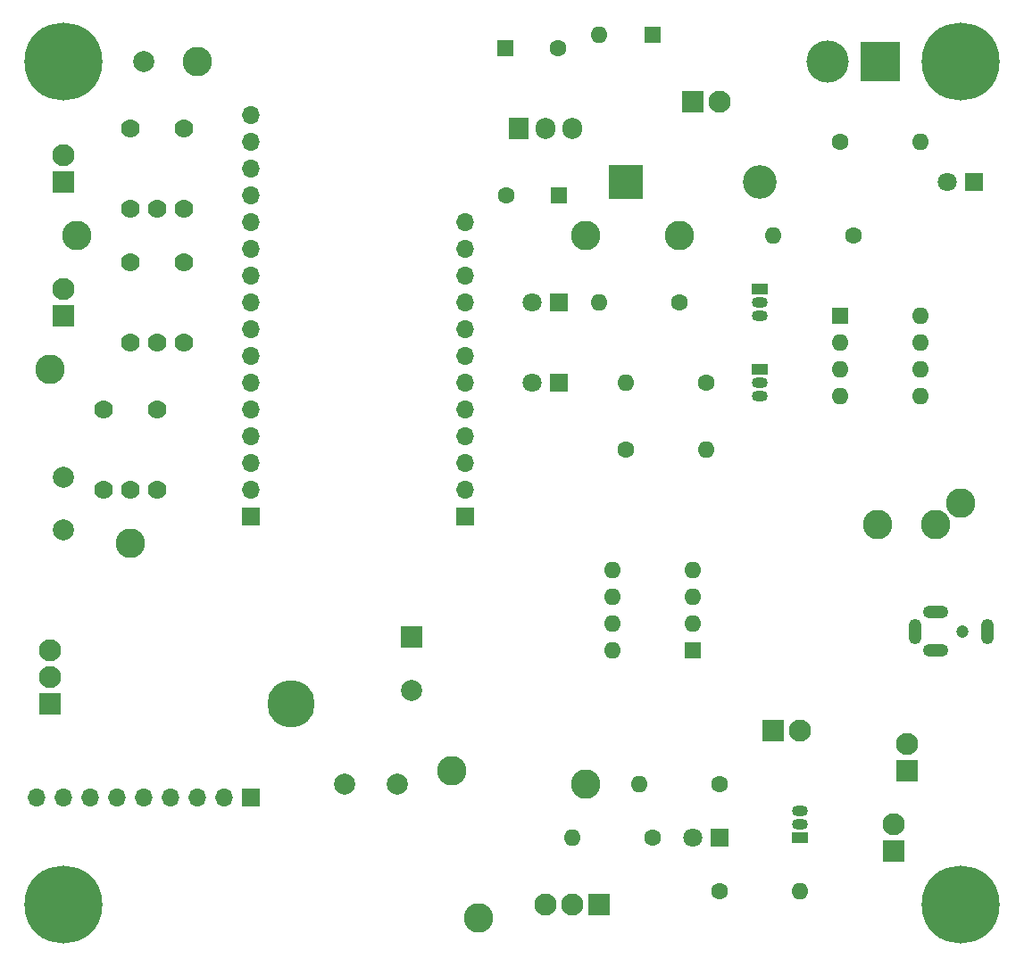
<source format=gbr>
G04 #@! TF.GenerationSoftware,KiCad,Pcbnew,(5.1.4)-1*
G04 #@! TF.CreationDate,2020-01-26T21:52:07-05:00*
G04 #@! TF.ProjectId,CameraTrigger,43616d65-7261-4547-9269-676765722e6b,rev?*
G04 #@! TF.SameCoordinates,Original*
G04 #@! TF.FileFunction,Soldermask,Bot*
G04 #@! TF.FilePolarity,Negative*
%FSLAX46Y46*%
G04 Gerber Fmt 4.6, Leading zero omitted, Abs format (unit mm)*
G04 Created by KiCad (PCBNEW (5.1.4)-1) date 2020-01-26 21:52:07*
%MOMM*%
%LPD*%
G04 APERTURE LIST*
%ADD10C,2.000000*%
%ADD11C,1.778000*%
%ADD12C,4.000000*%
%ADD13R,3.800000X3.800000*%
%ADD14C,4.500000*%
%ADD15O,1.600000X1.600000*%
%ADD16C,1.600000*%
%ADD17C,1.800000*%
%ADD18R,1.800000X1.800000*%
%ADD19O,1.700000X1.700000*%
%ADD20R,1.700000X1.700000*%
%ADD21R,1.600000X1.600000*%
%ADD22O,1.208000X2.416000*%
%ADD23O,2.416000X1.208000*%
%ADD24C,1.200000*%
%ADD25C,2.800000*%
%ADD26C,2.100000*%
%ADD27R,2.100000X2.100000*%
%ADD28O,1.905000X2.000000*%
%ADD29R,1.905000X2.000000*%
%ADD30R,1.500000X1.050000*%
%ADD31O,1.500000X1.050000*%
%ADD32C,7.400000*%
%ADD33O,3.200000X3.200000*%
%ADD34R,3.200000X3.200000*%
%ADD35R,2.000000X2.000000*%
G04 APERTURE END LIST*
D10*
X21590000Y-57230000D03*
X21590000Y-62230000D03*
X53260000Y-86360000D03*
X48260000Y-86360000D03*
D11*
X27940000Y-31750000D03*
X30480000Y-31750000D03*
X33020000Y-31750000D03*
X33020000Y-24130000D03*
X27940000Y-24130000D03*
X27940000Y-44450000D03*
X30480000Y-44450000D03*
X33020000Y-44450000D03*
X33020000Y-36830000D03*
X27940000Y-36830000D03*
D12*
X94060000Y-17780000D03*
D13*
X99060000Y-17780000D03*
D14*
X43180000Y-78740000D03*
D15*
X91440000Y-96520000D03*
D16*
X83820000Y-96520000D03*
D17*
X81280000Y-91440000D03*
D18*
X83820000Y-91440000D03*
D19*
X39370000Y-22860000D03*
X39370000Y-25400000D03*
X39370000Y-27940000D03*
X39370000Y-30480000D03*
X39370000Y-33020000D03*
X39370000Y-35560000D03*
X39370000Y-38100000D03*
X39370000Y-40640000D03*
X39370000Y-43180000D03*
X39370000Y-45720000D03*
X39370000Y-48260000D03*
X39370000Y-50800000D03*
X39370000Y-53340000D03*
X39370000Y-55880000D03*
X39370000Y-58420000D03*
D20*
X39370000Y-60960000D03*
D21*
X77470000Y-15240000D03*
D15*
X72390000Y-15240000D03*
D22*
X102320000Y-71810000D03*
D23*
X104320000Y-73660000D03*
X104320000Y-69960000D03*
D22*
X109220000Y-71810000D03*
D24*
X106820000Y-71810000D03*
D25*
X80010000Y-34290000D03*
D26*
X83820000Y-21590000D03*
D27*
X81280000Y-21590000D03*
D26*
X91440000Y-81280000D03*
D27*
X88900000Y-81280000D03*
D15*
X102870000Y-41910000D03*
X95250000Y-49530000D03*
X102870000Y-44450000D03*
X95250000Y-46990000D03*
X102870000Y-46990000D03*
X95250000Y-44450000D03*
X102870000Y-49530000D03*
D21*
X95250000Y-41910000D03*
D15*
X73660000Y-73660000D03*
X81280000Y-66040000D03*
X73660000Y-71120000D03*
X81280000Y-68580000D03*
X73660000Y-68580000D03*
X81280000Y-71120000D03*
X73660000Y-66040000D03*
D21*
X81280000Y-73660000D03*
D28*
X69850000Y-24130000D03*
X67310000Y-24130000D03*
D29*
X64770000Y-24130000D03*
D25*
X58420000Y-85090000D03*
X27940000Y-63500000D03*
X20320000Y-46990000D03*
X22860000Y-34290000D03*
X34290000Y-17780000D03*
X71120000Y-34290000D03*
X71120000Y-86360000D03*
X60960000Y-99060000D03*
D11*
X25400000Y-58420000D03*
X27940000Y-58420000D03*
X30480000Y-58420000D03*
X30480000Y-50800000D03*
X25400000Y-50800000D03*
D15*
X82550000Y-54610000D03*
D16*
X74930000Y-54610000D03*
D15*
X88900000Y-34290000D03*
D16*
X96520000Y-34290000D03*
D15*
X72390000Y-40640000D03*
D16*
X80010000Y-40640000D03*
D15*
X102870000Y-25400000D03*
D16*
X95250000Y-25400000D03*
D15*
X76200000Y-86360000D03*
D16*
X83820000Y-86360000D03*
D15*
X74930000Y-48260000D03*
D16*
X82550000Y-48260000D03*
D15*
X69850000Y-91440000D03*
D16*
X77470000Y-91440000D03*
D30*
X87630000Y-46990000D03*
D31*
X87630000Y-49530000D03*
X87630000Y-48260000D03*
D30*
X87630000Y-39370000D03*
D31*
X87630000Y-41910000D03*
X87630000Y-40640000D03*
D30*
X91440000Y-91440000D03*
D31*
X91440000Y-88900000D03*
X91440000Y-90170000D03*
D19*
X19050000Y-87630000D03*
X21590000Y-87630000D03*
X24130000Y-87630000D03*
X26670000Y-87630000D03*
X29210000Y-87630000D03*
X31750000Y-87630000D03*
X34290000Y-87630000D03*
X36830000Y-87630000D03*
D20*
X39370000Y-87630000D03*
D19*
X59690000Y-33020000D03*
X59690000Y-35560000D03*
X59690000Y-38100000D03*
X59690000Y-40640000D03*
X59690000Y-43180000D03*
X59690000Y-45720000D03*
X59690000Y-48260000D03*
X59690000Y-50800000D03*
X59690000Y-53340000D03*
X59690000Y-55880000D03*
X59690000Y-58420000D03*
D20*
X59690000Y-60960000D03*
D26*
X21590000Y-39370000D03*
D27*
X21590000Y-41910000D03*
D26*
X21590000Y-26670000D03*
D27*
X21590000Y-29210000D03*
D26*
X67310000Y-97790000D03*
X69850000Y-97790000D03*
D27*
X72390000Y-97790000D03*
D26*
X100330000Y-90170000D03*
D27*
X100330000Y-92710000D03*
D26*
X20320000Y-73660000D03*
X20320000Y-76200000D03*
D27*
X20320000Y-78740000D03*
D26*
X101600000Y-82550000D03*
D27*
X101600000Y-85090000D03*
D25*
X98780000Y-61690000D03*
X104280000Y-61690000D03*
X106680000Y-59690000D03*
D32*
X21590000Y-97790000D03*
X21590000Y-17780000D03*
X106680000Y-17780000D03*
X106680000Y-97790000D03*
D17*
X66040000Y-48260000D03*
D18*
X68580000Y-48260000D03*
D17*
X105410000Y-29210000D03*
D18*
X107950000Y-29210000D03*
D33*
X87630000Y-29210000D03*
D34*
X74930000Y-29210000D03*
D17*
X66040000Y-40640000D03*
D18*
X68580000Y-40640000D03*
D16*
X63580000Y-30480000D03*
D21*
X68580000Y-30480000D03*
D16*
X68500000Y-16510000D03*
D21*
X63500000Y-16510000D03*
D10*
X54610000Y-77390000D03*
D35*
X54610000Y-72390000D03*
D10*
X29210000Y-17780000D03*
M02*

</source>
